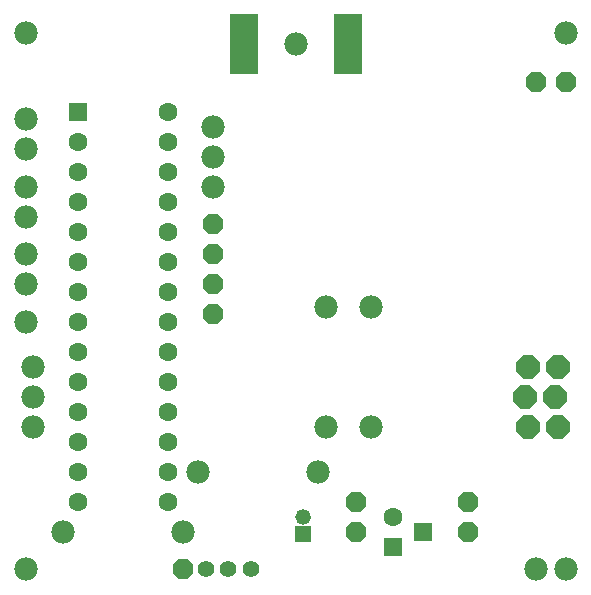
<source format=gbs>
G75*
%MOIN*%
%OFA0B0*%
%FSLAX24Y24*%
%IPPOS*%
%LPD*%
%AMOC8*
5,1,8,0,0,1.08239X$1,22.5*
%
%ADD10C,0.0555*%
%ADD11OC8,0.0780*%
%ADD12C,0.0780*%
%ADD13R,0.0630X0.0630*%
%ADD14C,0.0630*%
%ADD15R,0.0520X0.0520*%
%ADD16C,0.0520*%
%ADD17OC8,0.0670*%
%ADD18R,0.0940X0.2040*%
D10*
X007430Y001930D03*
X008180Y001930D03*
X008930Y001930D03*
D11*
X018080Y007680D03*
X018180Y006680D03*
X019180Y006680D03*
X019080Y007680D03*
X019180Y008680D03*
X018180Y008680D03*
D12*
X001430Y001930D03*
X002680Y003180D03*
X001680Y006680D03*
X001680Y007680D03*
X001680Y008680D03*
X001430Y010180D03*
X001430Y011430D03*
X001430Y012430D03*
X001430Y013680D03*
X001430Y014680D03*
X001430Y015930D03*
X001430Y016930D03*
X001430Y019805D03*
X007680Y016680D03*
X007680Y015680D03*
X007680Y014680D03*
X011430Y010680D03*
X012930Y010680D03*
X012930Y006680D03*
X011430Y006680D03*
X011180Y005180D03*
X007180Y005180D03*
X006680Y003180D03*
X018430Y001930D03*
X019430Y001930D03*
X010430Y019430D03*
X019430Y019805D03*
D13*
X014680Y003180D03*
X013680Y002680D03*
X003180Y017180D03*
D14*
X003180Y016180D03*
X003180Y015180D03*
X003180Y014180D03*
X003180Y013180D03*
X003180Y012180D03*
X003180Y011180D03*
X003180Y010180D03*
X003180Y009180D03*
X003180Y008180D03*
X003180Y007180D03*
X003180Y006180D03*
X003180Y005180D03*
X003180Y004180D03*
X006180Y004180D03*
X006180Y005180D03*
X006180Y006180D03*
X006180Y007180D03*
X006180Y008180D03*
X006180Y009180D03*
X006180Y010180D03*
X006180Y011180D03*
X006180Y012180D03*
X006180Y013180D03*
X006180Y014180D03*
X006180Y015180D03*
X006180Y016180D03*
X006180Y017180D03*
X013680Y003680D03*
D15*
X010680Y003090D03*
D16*
X010680Y003680D03*
D17*
X012430Y003180D03*
X012430Y004180D03*
X016180Y004180D03*
X016180Y003180D03*
X007680Y010430D03*
X007680Y011430D03*
X007680Y012430D03*
X007680Y013430D03*
X006680Y001930D03*
X018430Y018180D03*
X019430Y018180D03*
D18*
X012170Y019420D03*
X008690Y019420D03*
M02*

</source>
